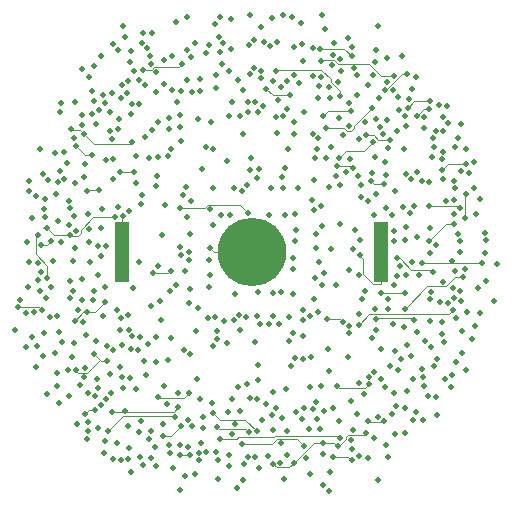
<source format=gbr>
%TF.GenerationSoftware,KiCad,Pcbnew,9.0.2*%
%TF.CreationDate,2025-11-21T20:47:09-08:00*%
%TF.ProjectId,LED Watch,4c454420-5761-4746-9368-2e6b69636164,rev?*%
%TF.SameCoordinates,Original*%
%TF.FileFunction,Copper,L4,Bot*%
%TF.FilePolarity,Positive*%
%FSLAX46Y46*%
G04 Gerber Fmt 4.6, Leading zero omitted, Abs format (unit mm)*
G04 Created by KiCad (PCBNEW 9.0.2) date 2025-11-21 20:47:09*
%MOMM*%
%LPD*%
G01*
G04 APERTURE LIST*
%TA.AperFunction,SMDPad,CuDef*%
%ADD10R,1.270000X5.080000*%
%TD*%
%TA.AperFunction,SMDPad,CuDef*%
%ADD11C,5.800862*%
%TD*%
%TA.AperFunction,ViaPad*%
%ADD12C,0.500000*%
%TD*%
%TA.AperFunction,Conductor*%
%ADD13C,0.100000*%
%TD*%
G04 APERTURE END LIST*
D10*
%TO.P,J3,1,Pin_1*%
%TO.N,Net-(J1-VCC)*%
X110985000Y-100000000D03*
X89015000Y-100000000D03*
D11*
%TO.P,J3,2,Pin_2*%
%TO.N,Net-(J1-GND)*%
X100000000Y-100000000D03*
%TD*%
D12*
%TO.N,Net-(U135-PD6)*%
X99039200Y-106574400D03*
X98472900Y-105706600D03*
X103188200Y-105449500D03*
%TO.N,Net-(U135-PD7)*%
X104322100Y-105697300D03*
X102351500Y-106109100D03*
%TO.N,Net-(U134-SDx)*%
X94217900Y-95183700D03*
X90729000Y-95112500D03*
%TO.N,Net-(U134-SCx)*%
X91939500Y-94379600D03*
X94411400Y-94509900D03*
%TO.N,Net-(U134-INT1)*%
X92673700Y-96016600D03*
X93923500Y-96271800D03*
X99711100Y-96647700D03*
X100463700Y-105395400D03*
%TO.N,Net-(U135-PF2)*%
X99214400Y-94784600D03*
X99529500Y-105460700D03*
X103489000Y-106870900D03*
%TO.N,Net-(U135-PF3)*%
X108273600Y-106874400D03*
X101448500Y-106113600D03*
X101500100Y-96878100D03*
%TO.N,Net-(U135-PF1)*%
X98128100Y-96841500D03*
X97878800Y-107684700D03*
X96739400Y-107903200D03*
%TO.N,Net-(U135-PF0)*%
X97378400Y-96866600D03*
X97100300Y-106646000D03*
X93139900Y-107303800D03*
%TO.N,/R5*%
X94745100Y-103085800D03*
X93610800Y-102796200D03*
X117510400Y-90339000D03*
X93929100Y-99562300D03*
X94306800Y-108263500D03*
X86485500Y-86379400D03*
X88155300Y-86526800D03*
X88655700Y-89585200D03*
X103794900Y-113497500D03*
X88301400Y-92141200D03*
X88727700Y-96183100D03*
X94062200Y-114733600D03*
X92487900Y-115585300D03*
X104322100Y-109074700D03*
X115332300Y-90339000D03*
X108165300Y-81883200D03*
X107504200Y-83625600D03*
X97239300Y-81757200D03*
X112648700Y-109036800D03*
X112937600Y-106295100D03*
X88254200Y-82392000D03*
X84532700Y-97678400D03*
X119813100Y-102464200D03*
X117862200Y-102099200D03*
X112949900Y-104826100D03*
X111747600Y-90526000D03*
X109696600Y-90106600D03*
X83732500Y-106756200D03*
X90384100Y-108260000D03*
X89897900Y-107105600D03*
X104595200Y-117427200D03*
X85938700Y-107003300D03*
X82504300Y-96995000D03*
%TO.N,/Second9*%
X85081100Y-87315000D03*
X86214000Y-85195300D03*
X102849600Y-96835500D03*
X103106900Y-91288800D03*
X96759100Y-91288800D03*
X96973000Y-86128500D03*
%TO.N,/Hour1*%
X105901900Y-111318700D03*
X105931400Y-102798400D03*
X113050600Y-101937500D03*
X105386200Y-102222500D03*
X111974800Y-106045700D03*
X112348700Y-102015400D03*
X105623200Y-86943200D03*
X103215900Y-86703400D03*
X101260200Y-86145600D03*
X99241700Y-86225900D03*
X111182200Y-94232000D03*
X106596600Y-86956200D03*
X105658000Y-90369200D03*
X109069800Y-90402300D03*
X110096600Y-94006800D03*
%TO.N,/Second5*%
X106061100Y-116110900D03*
X107278300Y-116392700D03*
X109715300Y-115292600D03*
X103581400Y-117832500D03*
X101822300Y-117888000D03*
X94715300Y-100003800D03*
X106149200Y-101800400D03*
X106388300Y-105668100D03*
X107712700Y-105937400D03*
%TO.N,/B1*%
X99242300Y-119300300D03*
X99660000Y-117333000D03*
X89032700Y-85883300D03*
X89895400Y-87411800D03*
X98873400Y-111368800D03*
X110277600Y-84979000D03*
X99057900Y-113484000D03*
X117224800Y-94554300D03*
X110516000Y-95092400D03*
X109571100Y-89010600D03*
X110837200Y-89409200D03*
X116489300Y-95675300D03*
X81401800Y-107141000D03*
X99705300Y-88127100D03*
X99699300Y-87313600D03*
X99835500Y-84938300D03*
X81173900Y-93943600D03*
X82763400Y-93877800D03*
X103919500Y-94589500D03*
X100445500Y-93750300D03*
X89732500Y-110620600D03*
X89590800Y-106561000D03*
X83823500Y-87378900D03*
X117817100Y-106629100D03*
X115106800Y-105852100D03*
X115133100Y-103999200D03*
X112990900Y-103471100D03*
X110919600Y-103471100D03*
X111398800Y-116327100D03*
X83531700Y-105357400D03*
X79980100Y-106549000D03*
X108463200Y-116693700D03*
%TO.N,/Second8*%
X80937300Y-105125800D03*
X105287500Y-103923700D03*
X80382400Y-104019900D03*
%TO.N,/Second1*%
X103425600Y-80122200D03*
X101752400Y-80209700D03*
X106975900Y-82253100D03*
X108520900Y-82632100D03*
X99843700Y-79909300D03*
X98538600Y-94591100D03*
X94888000Y-95678500D03*
X94532900Y-97021000D03*
X106000400Y-79952900D03*
%TO.N,/Minute1*%
X101533400Y-82531300D03*
X99799400Y-82491000D03*
X106823000Y-84130600D03*
X108648800Y-84432100D03*
X103487600Y-100506200D03*
X104004800Y-85681500D03*
X105731300Y-85933900D03*
X105912200Y-85145300D03*
X103563500Y-82629600D03*
%TO.N,/Minute7*%
X101787000Y-103421200D03*
X92228900Y-104161700D03*
X91877600Y-107196100D03*
X90587400Y-107207100D03*
X90231000Y-111578400D03*
X89148300Y-111492300D03*
X85011900Y-105805500D03*
X86100300Y-105102400D03*
X87622800Y-104228900D03*
%TO.N,/Second10*%
X89746300Y-82974900D03*
X96379000Y-102924100D03*
X96921000Y-80644500D03*
X93618200Y-80491300D03*
X91183700Y-82717700D03*
X89133500Y-80807800D03*
X88711300Y-82914400D03*
%TO.N,/R2*%
X102640900Y-79882800D03*
X102112500Y-82217800D03*
X102055200Y-84671700D03*
X117161400Y-95542300D03*
X98052700Y-118087000D03*
X91942900Y-84763000D03*
X119295700Y-95454000D03*
X105108100Y-95580800D03*
X97974700Y-113529500D03*
X86628200Y-103321900D03*
X85810800Y-93637600D03*
X98325300Y-115380200D03*
X110388900Y-115755300D03*
X84873600Y-103267700D03*
X109254200Y-95357300D03*
X109254200Y-94313800D03*
X107477200Y-94312600D03*
X107759200Y-90085900D03*
X93805600Y-113095700D03*
X93794500Y-111929200D03*
X93126100Y-103287000D03*
X83316100Y-91635300D03*
X116133100Y-106941500D03*
X118636700Y-107306900D03*
X107473700Y-86746700D03*
X115674400Y-113808500D03*
X87234900Y-83354800D03*
X91416000Y-83364000D03*
X113177000Y-84921200D03*
X111280100Y-86306300D03*
X108928800Y-113664600D03*
X88203600Y-113499900D03*
X89259100Y-113432000D03*
X82065500Y-103299100D03*
%TO.N,/G4*%
X94532600Y-85382700D03*
X87273800Y-100307400D03*
X94864500Y-83453900D03*
X86929600Y-110719800D03*
X81110200Y-100818900D03*
X83211000Y-100755900D03*
X105857300Y-83837100D03*
X85483200Y-111255700D03*
X94036900Y-100268700D03*
X94376700Y-118943200D03*
X89796800Y-118601300D03*
X89560000Y-117530700D03*
X87480200Y-117011500D03*
X87600500Y-115958100D03*
X86151100Y-115165600D03*
X115618900Y-112237600D03*
X114527900Y-110589600D03*
X114384500Y-100929700D03*
X119522700Y-100884300D03*
X116634000Y-89032400D03*
X114583500Y-89478700D03*
X93918700Y-120107000D03*
X106565400Y-120214300D03*
X116516200Y-87587400D03*
X112030800Y-85079800D03*
X116995400Y-100763000D03*
X117737500Y-89105800D03*
X120779100Y-100969100D03*
X116409400Y-110726000D03*
X116644800Y-104304000D03*
X120532300Y-104157800D03*
X106041700Y-119727200D03*
X105794500Y-114937100D03*
%TO.N,/Minute8*%
X84582700Y-102448400D03*
X102510100Y-103345200D03*
X85629400Y-102275200D03*
X81891900Y-98544500D03*
X82707500Y-102141100D03*
%TO.N,/Minute9*%
X83415500Y-95066600D03*
X84346400Y-92480400D03*
X99618600Y-94310300D03*
X85630500Y-89203400D03*
X86817600Y-89106600D03*
%TO.N,/R3*%
X113096000Y-97823700D03*
X103720200Y-98083900D03*
X113055100Y-93405300D03*
X97332200Y-115820800D03*
X87683100Y-112446100D03*
X86721300Y-112193400D03*
X91602800Y-81465300D03*
X104198700Y-80590800D03*
X88022400Y-110286300D03*
X95570100Y-116962200D03*
X119767000Y-98368000D03*
X117120800Y-97623400D03*
X82186200Y-101684500D03*
X86989000Y-101939100D03*
X113025800Y-88499000D03*
X113204800Y-87818000D03*
X115063900Y-87233600D03*
X110666900Y-80807800D03*
X82111200Y-91250000D03*
X84976500Y-90351500D03*
X90841300Y-81465300D03*
X89735000Y-83927700D03*
X85664400Y-84512900D03*
X115166300Y-108006000D03*
X114998600Y-99049100D03*
X107357800Y-114263600D03*
X107510500Y-97569200D03*
X107474300Y-115743000D03*
%TO.N,/B3*%
X95206600Y-118787900D03*
X90224400Y-91858800D03*
X92096800Y-91978400D03*
X92614800Y-85759900D03*
X96172600Y-116914900D03*
X85201000Y-114517300D03*
X86128300Y-114362100D03*
X86986400Y-111471200D03*
X87725100Y-107958300D03*
X89987500Y-103023400D03*
X81059600Y-102920200D03*
X82976500Y-102918400D03*
X94731100Y-100681600D03*
X90507000Y-100797600D03*
X106674700Y-118645500D03*
X95614800Y-112452400D03*
X95681100Y-116113700D03*
X93026300Y-89570200D03*
X84140100Y-91543700D03*
X87589900Y-102965900D03*
X85923900Y-92503600D03*
X103569200Y-84991800D03*
X103580700Y-88989000D03*
X115423200Y-109617800D03*
X113498200Y-108793000D03*
X111860200Y-96811800D03*
X112077400Y-99054300D03*
X117618600Y-99038400D03*
X111362500Y-93475800D03*
X112463200Y-87933000D03*
X112269800Y-89717100D03*
X108264700Y-89327700D03*
X108296400Y-92102200D03*
X111307900Y-92363900D03*
%TO.N,/Second6*%
X91520300Y-117447400D03*
X96380200Y-100652800D03*
X94766600Y-117194600D03*
X93935900Y-117152300D03*
X95541200Y-117582500D03*
X99373300Y-117897500D03*
X97190600Y-117622300D03*
X90581200Y-117337400D03*
%TO.N,/Hour2*%
X99590100Y-111160700D03*
X103507800Y-101398800D03*
X102880700Y-111562500D03*
X92594100Y-111288900D03*
X92314800Y-105742300D03*
X88946300Y-105556100D03*
X87428500Y-105369800D03*
X87222600Y-97907700D03*
X86217400Y-98012300D03*
X87674100Y-92157400D03*
X92079900Y-88986000D03*
X88201400Y-90394900D03*
%TO.N,/G3*%
X104273600Y-82329000D03*
X104319700Y-83850000D03*
X105926200Y-97800100D03*
X106532300Y-94489300D03*
X105311700Y-93893700D03*
X88252100Y-108282400D03*
X105330100Y-91981800D03*
X92555600Y-83747800D03*
X93284300Y-86226600D03*
X93209000Y-91234300D03*
X88091100Y-111906800D03*
X117487000Y-98436100D03*
X119807000Y-98992300D03*
X112141200Y-94780700D03*
X87675600Y-99502100D03*
X81875500Y-102378100D03*
X85135100Y-91022700D03*
X112988200Y-98994600D03*
X85067900Y-99617700D03*
X84890500Y-100755500D03*
X108484100Y-117622000D03*
X106917800Y-117296300D03*
X118146500Y-109960800D03*
X116956000Y-110378300D03*
X113090500Y-89302500D03*
X87031800Y-99447200D03*
X86479800Y-91805900D03*
X97024800Y-116896100D03*
X99228500Y-116202900D03*
X104444500Y-116401400D03*
X98576100Y-114573800D03*
X98320300Y-112406900D03*
X94735900Y-111909800D03*
X92095200Y-112284400D03*
%TO.N,/G6*%
X89758600Y-88256000D03*
X93939000Y-88348800D03*
X108249000Y-87403800D03*
X100930100Y-87611300D03*
X100774800Y-85288000D03*
X98812500Y-85389400D03*
X108618900Y-92829000D03*
X116161800Y-93053300D03*
X118131000Y-92571400D03*
X87560600Y-87352700D03*
X87446300Y-86694500D03*
X88021300Y-88132900D03*
X87318800Y-96337800D03*
X82386100Y-96335700D03*
X95640200Y-85316000D03*
X95640200Y-86347000D03*
X94014500Y-86336000D03*
X117149100Y-103895700D03*
X112221100Y-113057700D03*
X112949500Y-115288800D03*
X108400900Y-112554600D03*
X112122500Y-115382900D03*
X111507100Y-117336200D03*
X103528700Y-103522000D03*
X109337700Y-103999200D03*
X109522900Y-111978500D03*
X90828800Y-117974300D03*
X88928000Y-117611000D03*
X88866600Y-109738400D03*
X85872400Y-109786000D03*
X85002200Y-107660900D03*
X83314600Y-108525100D03*
X102441200Y-117811200D03*
X102743400Y-119211900D03*
X107144500Y-102798000D03*
X107226100Y-92738600D03*
X107104700Y-93542100D03*
X84929000Y-96893000D03*
X86127000Y-96731600D03*
%TO.N,/Minute10*%
X93271400Y-83373400D03*
X94539100Y-82909800D03*
X90841600Y-84543100D03*
X97491600Y-84098600D03*
X94139700Y-84077400D03*
X96118300Y-83108700D03*
X100633300Y-92943600D03*
X97893700Y-92249700D03*
X89416900Y-86554600D03*
X90451000Y-85405000D03*
%TO.N,/G2*%
X105277200Y-96399600D03*
X110490600Y-88747000D03*
X110666900Y-119270200D03*
X98741500Y-119956700D03*
X108546300Y-115055200D03*
X119039900Y-96804600D03*
X117123400Y-96740600D03*
X105902600Y-96069900D03*
X91482000Y-84047800D03*
X91914700Y-86464100D03*
X102983200Y-85494100D03*
X103038200Y-87895300D03*
X109824700Y-117428400D03*
X109884200Y-95655600D03*
X104422400Y-88153100D03*
X91605700Y-89642200D03*
X99244400Y-89967400D03*
X99022000Y-88446400D03*
X102068100Y-88516000D03*
X107372400Y-88634600D03*
X117821600Y-108548800D03*
X87844800Y-115154600D03*
X88284700Y-117516900D03*
X91280700Y-92039100D03*
X93509700Y-113981000D03*
X83805700Y-93132200D03*
X85050200Y-94168000D03*
X84656200Y-103880700D03*
%TO.N,/Second2*%
X116214800Y-91505800D03*
X116224000Y-89742600D03*
X114617200Y-88546800D03*
X116219900Y-88546800D03*
X111961800Y-86293700D03*
X113321100Y-87007300D03*
X110459100Y-83919900D03*
X112704000Y-83416200D03*
X96475900Y-96377500D03*
X96125000Y-91051900D03*
X111093500Y-90003900D03*
%TO.N,/Second3*%
X118058100Y-97076300D03*
X118043400Y-101394900D03*
X117661000Y-103271200D03*
X96708400Y-97663800D03*
X118112900Y-95090900D03*
X118418300Y-93311300D03*
%TO.N,/Minute6*%
X97047500Y-114762400D03*
X94580100Y-114231300D03*
X101847600Y-105396900D03*
X99748600Y-115210400D03*
X99823500Y-112355000D03*
X101772200Y-111859500D03*
%TO.N,/Second7*%
X81768000Y-109700200D03*
X104919400Y-105357200D03*
X104322100Y-107093900D03*
X103187900Y-107535400D03*
X103355900Y-109593700D03*
X81847200Y-107942600D03*
X83538600Y-111313100D03*
X89516300Y-114689800D03*
X89033200Y-110558000D03*
X86137800Y-111916600D03*
X86725800Y-113361000D03*
X85927400Y-113699000D03*
%TO.N,Net-(J1-~{RST})*%
X109171400Y-98993000D03*
X105482700Y-98492800D03*
X104321000Y-104865600D03*
X97668200Y-105825900D03*
%TO.N,/B5*%
X112066200Y-111886300D03*
X112138000Y-108331900D03*
X115272800Y-91948800D03*
X93004800Y-116321400D03*
X89782300Y-108231700D03*
X106534800Y-86052600D03*
X106850500Y-83326500D03*
X106038300Y-88495400D03*
X108383700Y-88045000D03*
X115614800Y-89770300D03*
X94793900Y-108652600D03*
X95420300Y-104698600D03*
X111713700Y-109626700D03*
X110476200Y-104827400D03*
X111587200Y-104827400D03*
X96551100Y-88945200D03*
X116228500Y-102487500D03*
X83538600Y-110252600D03*
X112081000Y-102734100D03*
X103683700Y-108953500D03*
X102993900Y-117129100D03*
X91900600Y-118122200D03*
X113933800Y-113497900D03*
X84825200Y-108835200D03*
X83033200Y-99039700D03*
X87051100Y-94699400D03*
X86045900Y-94844500D03*
X85171900Y-98200900D03*
X85597700Y-104012200D03*
X86611200Y-104012200D03*
X86813100Y-107530500D03*
X82138000Y-99406400D03*
%TO.N,/R6*%
X88937300Y-86961700D03*
X93701500Y-87245000D03*
X89572600Y-105346500D03*
X118119000Y-91226500D03*
X96291700Y-105546700D03*
X84614300Y-96257300D03*
X89650900Y-96517200D03*
X116102700Y-92120000D03*
X81703100Y-95268000D03*
X98246100Y-80256200D03*
X110432900Y-91962100D03*
X98246100Y-82828500D03*
X108946500Y-84995700D03*
X108789300Y-98150600D03*
X108987800Y-93510300D03*
X110216300Y-93327600D03*
X113024600Y-113179700D03*
X117078700Y-103002500D03*
X111513400Y-104000800D03*
X98298100Y-87245000D03*
X109625100Y-103247300D03*
X108550900Y-99741200D03*
X110538300Y-82840800D03*
X100525900Y-110803900D03*
X100325100Y-107591200D03*
X97042600Y-107321800D03*
X82447300Y-106871800D03*
X104963100Y-111403400D03*
X104259300Y-114157200D03*
X102573300Y-114071700D03*
X102477400Y-116181500D03*
X88893100Y-106590500D03*
X100525900Y-109523100D03*
X92915700Y-109113200D03*
X92511400Y-114558600D03*
X90504600Y-115231700D03*
X107192900Y-111290500D03*
X111328500Y-111421200D03*
X85747000Y-105938800D03*
X109928100Y-111190600D03*
%TO.N,/G1*%
X102851000Y-92827300D03*
X102696000Y-88444200D03*
X100514000Y-88086800D03*
X90501300Y-87412500D03*
X89558000Y-85475100D03*
X84536700Y-95655000D03*
X82535000Y-95468900D03*
X100201000Y-82019800D03*
X100233100Y-84399800D03*
X116107800Y-105946900D03*
X118861600Y-94537000D03*
X119298600Y-105150800D03*
X90653600Y-95897800D03*
X118917700Y-106246200D03*
X82929100Y-105460500D03*
X107973800Y-93193300D03*
X108279700Y-106253700D03*
X100276600Y-117298300D03*
X100437100Y-115127100D03*
X111246200Y-114315200D03*
X109863800Y-114250600D03*
X110491300Y-106553800D03*
X100656800Y-118297500D03*
X100314700Y-87239400D03*
X90675800Y-114325200D03*
X88606400Y-116145200D03*
X96689300Y-113570900D03*
X110299300Y-90651300D03*
X107393600Y-92019600D03*
%TO.N,/G5*%
X88040500Y-89716600D03*
X94721300Y-104261300D03*
X91469100Y-104538200D03*
X86452900Y-88336700D03*
X112541400Y-101175500D03*
X93070500Y-117036400D03*
X91833600Y-116526000D03*
X91928800Y-109308900D03*
X84462000Y-109965300D03*
X117210100Y-91064200D03*
X107608600Y-84641000D03*
X106701700Y-91113400D03*
X115455000Y-91083400D03*
X88839500Y-93212000D03*
X96355600Y-82474500D03*
X96962900Y-84955100D03*
X111384200Y-96281400D03*
X111567700Y-91146800D03*
X95772300Y-92912900D03*
X106329100Y-92017100D03*
X99930200Y-92048800D03*
X99848500Y-93010100D03*
X119165000Y-103015400D03*
X117216000Y-101627900D03*
X90067800Y-93207600D03*
X113144800Y-111710400D03*
X114894400Y-112197100D03*
X113772900Y-105774500D03*
X114171500Y-101933200D03*
X110982200Y-110730500D03*
X110491300Y-105683800D03*
X110982200Y-108157600D03*
X105034800Y-108850200D03*
X104414400Y-113161100D03*
X84581600Y-98544500D03*
X88410400Y-97055800D03*
X88229100Y-93774500D03*
X82685900Y-97936000D03*
%TO.N,/Second4*%
X94756600Y-98473400D03*
X109060800Y-101945400D03*
X109101200Y-105251200D03*
X117317300Y-105543400D03*
X116863800Y-111373500D03*
X115701800Y-109013800D03*
X117313500Y-109253800D03*
X114612100Y-111295200D03*
X114521300Y-114242000D03*
X113684700Y-114196000D03*
%TO.N,/B2*%
X90975800Y-85880900D03*
X103656300Y-96773400D03*
X90986300Y-90202700D03*
X103608900Y-89954000D03*
X101007900Y-82166500D03*
X102129900Y-89873300D03*
X92867900Y-112880500D03*
X96614200Y-112727600D03*
X117609600Y-96265900D03*
X115026800Y-96099300D03*
X113733800Y-96078600D03*
X114670200Y-107480600D03*
X87007500Y-114873700D03*
X87228300Y-112938100D03*
X116278800Y-107565900D03*
X106328400Y-89486200D03*
X110180800Y-87786000D03*
X112372000Y-86887300D03*
X108130200Y-108896100D03*
X108389800Y-115863500D03*
X98081000Y-117171200D03*
X84146000Y-93767700D03*
X90203200Y-94172600D03*
X109102400Y-117225700D03*
X97117800Y-119201600D03*
X83721000Y-112728500D03*
X82573800Y-103897600D03*
X81549800Y-105083100D03*
%TO.N,/Minute2*%
X113982200Y-93190900D03*
X113993400Y-98719700D03*
X105669400Y-100852000D03*
X111426900Y-88795200D03*
X110778900Y-86936500D03*
X108932000Y-86657100D03*
%TO.N,/B6*%
X106924600Y-113195500D03*
X88784000Y-88700500D03*
X105655500Y-105089200D03*
X101369600Y-117293300D03*
X101702400Y-113784500D03*
X117740600Y-104162600D03*
X111848000Y-113672200D03*
X83579200Y-97322900D03*
X98086300Y-84698000D03*
X97332300Y-83005600D03*
X107319500Y-85622600D03*
X92975000Y-88657200D03*
X81415700Y-97090100D03*
X98057500Y-88446400D03*
X80907100Y-108020400D03*
X82318600Y-108791600D03*
X84539900Y-112146600D03*
X82644000Y-111969000D03*
X83972000Y-107576800D03*
X117160900Y-93928000D03*
X114401800Y-93928000D03*
X115161900Y-103349800D03*
X115984100Y-104183400D03*
X105434200Y-112655300D03*
X110696300Y-113932900D03*
X95848800Y-113929500D03*
X95848800Y-114875500D03*
X91504000Y-115144400D03*
X87077200Y-87965000D03*
X83751900Y-88117000D03*
X86664900Y-87182900D03*
X89608000Y-116569200D03*
X86078900Y-115846300D03*
%TO.N,/R4*%
X94968900Y-114735300D03*
X94650500Y-116454400D03*
X96893500Y-105449900D03*
X95271300Y-106648100D03*
X95396300Y-110701300D03*
X106227700Y-81089200D03*
X105816000Y-82760900D03*
X94491600Y-80100200D03*
X97284400Y-80055100D03*
X97610800Y-82266800D03*
X115888500Y-87557200D03*
X115028500Y-87899700D03*
X114015100Y-88489200D03*
X113926700Y-85178800D03*
X108492500Y-83392100D03*
X115034600Y-94086900D03*
X117633200Y-99986300D03*
X115101300Y-100074000D03*
X114021200Y-106759600D03*
X110151000Y-107277100D03*
X109896900Y-110554500D03*
X114428400Y-109861500D03*
X85627700Y-88346600D03*
X86627100Y-84195700D03*
X90030900Y-84662100D03*
X90691400Y-82298400D03*
X95246000Y-82298400D03*
X106557200Y-110038300D03*
X106042500Y-117111400D03*
X105514100Y-114081300D03*
X91068500Y-110408400D03*
X90859900Y-109205600D03*
X87723000Y-109174900D03*
X85131500Y-109998100D03*
X86685000Y-108653300D03*
X96438200Y-101953100D03*
X83855800Y-99092000D03*
X86191600Y-99117100D03*
X81015100Y-99097900D03*
%TO.N,/Minute5*%
X101832000Y-115081200D03*
X100752400Y-106106200D03*
X102973300Y-115135000D03*
X102042100Y-113174800D03*
X101201600Y-112839700D03*
X104824400Y-114929200D03*
X105227000Y-113277800D03*
X106112100Y-113436100D03*
%TO.N,/Minute4*%
X105416700Y-99661800D03*
X106712200Y-99767200D03*
X106491800Y-108178000D03*
X113124500Y-107812500D03*
X112362300Y-109952900D03*
X110361000Y-110112200D03*
%TO.N,/R1*%
X116215400Y-93776800D03*
X102546900Y-93618000D03*
X100829200Y-84686200D03*
X101776700Y-85525800D03*
X102489700Y-85993300D03*
X102195200Y-87112500D03*
X109848400Y-85801900D03*
X111470100Y-83577500D03*
X111491700Y-85627500D03*
X89319900Y-81785400D03*
X100762500Y-80918000D03*
X113535700Y-93775700D03*
X113576900Y-86194000D03*
X118799200Y-92399900D03*
X117717800Y-93116200D03*
X118242500Y-105065400D03*
X117087900Y-104929100D03*
X82353600Y-93340600D03*
X83600300Y-94082600D03*
X109101200Y-106126200D03*
X109088500Y-111105200D03*
X91281800Y-115823900D03*
X100888900Y-114224400D03*
X82268900Y-104914800D03*
X100453700Y-112399000D03*
X91229100Y-107811300D03*
X89004600Y-107873100D03*
X88638500Y-104879300D03*
X85296800Y-104914800D03*
X81135100Y-94787000D03*
X80250400Y-104645000D03*
%TO.N,/B4*%
X105219700Y-85063000D03*
X94934300Y-86459700D03*
X95486300Y-88726100D03*
X86359300Y-100814600D03*
X93908500Y-89391700D03*
X85821700Y-110592700D03*
X81897600Y-100921200D03*
X93142400Y-101552000D03*
X91666600Y-101751000D03*
X112894800Y-91233700D03*
X105560700Y-91281200D03*
X94347300Y-101579400D03*
X105163400Y-82675500D03*
X112775800Y-96158100D03*
X113395000Y-96675100D03*
X105196300Y-89978600D03*
X93980300Y-90598600D03*
X84680300Y-89595400D03*
X85831400Y-89998800D03*
X113581000Y-100832100D03*
X115646300Y-99399500D03*
X119791200Y-100080800D03*
X93366300Y-118303400D03*
X89859500Y-90708800D03*
X93951100Y-116283300D03*
X104936500Y-118812300D03*
X113667100Y-110730500D03*
%TO.N,/Minute3*%
X115083600Y-97973800D03*
X103639400Y-99080500D03*
X112061100Y-98232900D03*
X112283600Y-100522100D03*
X115385200Y-101663800D03*
%TO.N,Net-(J1-VCC)*%
X92895600Y-91846400D03*
X89133500Y-96946600D03*
X92393500Y-98502500D03*
X109197700Y-100230700D03*
X108275900Y-101500000D03*
X102653700Y-94589000D03*
X98630300Y-103500200D03*
%TO.N,Net-(J1-GND)*%
X110325000Y-96845700D03*
X96517800Y-99662100D03*
X92009500Y-93537500D03*
X92040400Y-101162400D03*
X101609000Y-94587900D03*
X98908800Y-105291500D03*
X100536700Y-103398400D03*
X96721900Y-94591100D03*
%TD*%
D13*
%TO.N,Net-(U134-INT1)*%
X96013600Y-96271800D02*
X93923500Y-96271800D01*
X96309600Y-95975800D02*
X96013600Y-96271800D01*
X99039200Y-95975800D02*
X96309600Y-95975800D01*
X99711100Y-96647700D02*
X99039200Y-95975800D01*
%TO.N,/R5*%
X93210500Y-115585300D02*
X94062200Y-114733600D01*
X92487900Y-115585300D02*
X93210500Y-115585300D01*
X117222300Y-102099200D02*
X117862200Y-102099200D01*
X116427700Y-102893800D02*
X117222300Y-102099200D01*
X114882200Y-102893800D02*
X116427700Y-102893800D01*
X112949900Y-104826100D02*
X114882200Y-102893800D01*
X110322700Y-90106600D02*
X109696600Y-90106600D01*
X110742100Y-90526000D02*
X110322700Y-90106600D01*
X111747600Y-90526000D02*
X110742100Y-90526000D01*
%TO.N,/Hour1*%
X101818000Y-86703400D02*
X101260200Y-86145600D01*
X103215900Y-86703400D02*
X101818000Y-86703400D01*
X110321800Y-94232000D02*
X111182200Y-94232000D01*
X110096600Y-94006800D02*
X110321800Y-94232000D01*
%TO.N,/Second5*%
X106998100Y-116112500D02*
X107278300Y-116392700D01*
X106061100Y-116112500D02*
X106998100Y-116112500D01*
X106061100Y-116110900D02*
X106061100Y-116112500D01*
X105307700Y-116112500D02*
X106061100Y-116112500D01*
X103587700Y-117832500D02*
X105307700Y-116112500D01*
X103581400Y-117832500D02*
X103587700Y-117832500D01*
X103200900Y-118213000D02*
X103581400Y-117832500D01*
X102147300Y-118213000D02*
X103200900Y-118213000D01*
X101822300Y-117888000D02*
X102147300Y-118213000D01*
X107443400Y-105668100D02*
X107712700Y-105937400D01*
X106388300Y-105668100D02*
X107443400Y-105668100D01*
X109546200Y-115461700D02*
X109715300Y-115292600D01*
X108178500Y-115461700D02*
X109546200Y-115461700D01*
X107988000Y-115652200D02*
X108178500Y-115461700D01*
X107988000Y-115797400D02*
X107988000Y-115652200D01*
X107392700Y-116392700D02*
X107988000Y-115797400D01*
X107278300Y-116392700D02*
X107392700Y-116392700D01*
%TO.N,/B1*%
X112990900Y-103471100D02*
X110919600Y-103471100D01*
%TO.N,/Minute7*%
X85715000Y-105102400D02*
X86100300Y-105102400D01*
X85011900Y-105805500D02*
X85715000Y-105102400D01*
X86749300Y-105102400D02*
X86100300Y-105102400D01*
X87622800Y-104228900D02*
X86749300Y-105102400D01*
%TO.N,/R2*%
X107473700Y-86385300D02*
X107473700Y-86746700D01*
X106694300Y-85605900D02*
X107473700Y-86385300D01*
X106694300Y-85353100D02*
X106694300Y-85605900D01*
X105870400Y-84529200D02*
X106694300Y-85353100D01*
X102197700Y-84529200D02*
X105870400Y-84529200D01*
X102055200Y-84671700D02*
X102197700Y-84529200D01*
X93401400Y-113499900D02*
X88203600Y-113499900D01*
X93805600Y-113095700D02*
X93401400Y-113499900D01*
X112766000Y-84921200D02*
X113177000Y-84921200D01*
X111380900Y-86306300D02*
X112766000Y-84921200D01*
X111280100Y-86306300D02*
X111380900Y-86306300D01*
%TO.N,/G4*%
X116995400Y-100884300D02*
X119522700Y-100884300D01*
X116995400Y-100763000D02*
X116995400Y-100884300D01*
X116950000Y-100929700D02*
X114384500Y-100929700D01*
X116995400Y-100884300D02*
X116950000Y-100929700D01*
X105965600Y-83728800D02*
X105857300Y-83837100D01*
X107015200Y-83728800D02*
X105965600Y-83728800D01*
X107316800Y-84030400D02*
X107015200Y-83728800D01*
X109940700Y-84030400D02*
X107316800Y-84030400D01*
X110990100Y-85079800D02*
X109940700Y-84030400D01*
X112030800Y-85079800D02*
X110990100Y-85079800D01*
%TO.N,/Minute8*%
X82707500Y-101136800D02*
X82707500Y-102141100D01*
X81736200Y-100165500D02*
X82707500Y-101136800D01*
X81736200Y-98700200D02*
X81736200Y-100165500D01*
X81891900Y-98544500D02*
X81736200Y-98700200D01*
X81891900Y-98544500D02*
X81938100Y-98590700D01*
X81938100Y-98590700D02*
X81891900Y-98544500D01*
X81891900Y-98544500D02*
X81893100Y-98545700D01*
X81893100Y-98545700D02*
X81891900Y-98544500D01*
%TO.N,/R3*%
X113789200Y-87233600D02*
X113204800Y-87818000D01*
X115063900Y-87233600D02*
X113789200Y-87233600D01*
X116424300Y-97623400D02*
X117120800Y-97623400D01*
X114998600Y-99049100D02*
X116424300Y-97623400D01*
X107273300Y-115542000D02*
X107474300Y-115743000D01*
X101999200Y-115542000D02*
X107273300Y-115542000D01*
X101863000Y-115678200D02*
X101999200Y-115542000D01*
X98877400Y-115678200D02*
X101863000Y-115678200D01*
X98734800Y-115820800D02*
X98877400Y-115678200D01*
X97332200Y-115820800D02*
X98734800Y-115820800D01*
%TO.N,/Second6*%
X93978200Y-117194600D02*
X93935900Y-117152300D01*
X94766600Y-117194600D02*
X93978200Y-117194600D01*
%TO.N,/G3*%
X85918300Y-91805900D02*
X85135100Y-91022700D01*
X86479800Y-91805900D02*
X85918300Y-91805900D01*
X108158400Y-117296300D02*
X106917800Y-117296300D01*
X108484100Y-117622000D02*
X108158400Y-117296300D01*
X92193100Y-112382300D02*
X92095200Y-112284400D01*
X94263400Y-112382300D02*
X92193100Y-112382300D01*
X94735900Y-111909800D02*
X94263400Y-112382300D01*
X103821300Y-115778200D02*
X104444500Y-116401400D01*
X102148400Y-115778200D02*
X103821300Y-115778200D01*
X101723700Y-116202900D02*
X102148400Y-115778200D01*
X99228500Y-116202900D02*
X101723700Y-116202900D01*
%TO.N,/G6*%
X116643700Y-92571400D02*
X116161800Y-93053300D01*
X118131000Y-92571400D02*
X116643700Y-92571400D01*
X108528500Y-92738600D02*
X107226100Y-92738600D01*
X108618900Y-92829000D02*
X108528500Y-92738600D01*
%TO.N,/Minute10*%
X91582300Y-84543100D02*
X90841600Y-84543100D01*
X91770700Y-84354700D02*
X91582300Y-84543100D01*
X93862400Y-84354700D02*
X91770700Y-84354700D01*
X94139700Y-84077400D02*
X93862400Y-84354700D01*
%TO.N,/G2*%
X93417200Y-113888500D02*
X93509700Y-113981000D01*
X89110900Y-113888500D02*
X93417200Y-113888500D01*
X87844800Y-115154600D02*
X89110900Y-113888500D01*
%TO.N,/Second3*%
X118058100Y-95145700D02*
X118112900Y-95090900D01*
X118058100Y-97076300D02*
X118058100Y-95145700D01*
%TO.N,/Minute6*%
X99513700Y-114975500D02*
X99748600Y-115210400D01*
X97260600Y-114975500D02*
X99513700Y-114975500D01*
X97047500Y-114762400D02*
X97260600Y-114975500D01*
%TO.N,/Second7*%
X86265400Y-113361000D02*
X85927400Y-113699000D01*
X86725800Y-113361000D02*
X86265400Y-113361000D01*
%TO.N,/B5*%
X106488700Y-88045000D02*
X108383700Y-88045000D01*
X106038300Y-88495400D02*
X106488700Y-88045000D01*
X86191000Y-94699400D02*
X86045900Y-94844500D01*
X87051100Y-94699400D02*
X86191000Y-94699400D01*
X82666500Y-99406400D02*
X82136400Y-99406400D01*
X83033200Y-99039700D02*
X82666500Y-99406400D01*
X82136400Y-99406400D02*
X82138000Y-99406400D01*
X82138000Y-99406400D02*
X82138000Y-99404800D01*
X82138000Y-99404800D02*
X82138000Y-99406400D01*
%TO.N,/R6*%
X107438500Y-111536100D02*
X107192900Y-111290500D01*
X109582600Y-111536100D02*
X107438500Y-111536100D01*
X109928100Y-111190600D02*
X109582600Y-111536100D01*
%TO.N,/G1*%
X111226800Y-114334600D02*
X111246200Y-114315200D01*
X109947800Y-114334600D02*
X111226800Y-114334600D01*
X109863800Y-114250600D02*
X109947800Y-114334600D01*
X97290500Y-114172100D02*
X96689300Y-113570900D01*
X99482100Y-114172100D02*
X97290500Y-114172100D01*
X100437100Y-115127100D02*
X99482100Y-114172100D01*
X107979100Y-91434100D02*
X107393600Y-92019600D01*
X109516500Y-91434100D02*
X107979100Y-91434100D01*
X110299300Y-90651300D02*
X109516500Y-91434100D01*
%TO.N,/G5*%
X88843900Y-93207600D02*
X88839500Y-93212000D01*
X90067800Y-93207600D02*
X88843900Y-93207600D01*
X113583100Y-105584700D02*
X113772900Y-105774500D01*
X110590400Y-105584700D02*
X113583100Y-105584700D01*
X110491300Y-105683800D02*
X110590400Y-105584700D01*
X86602300Y-97055800D02*
X88410400Y-97055800D01*
X85573700Y-98084400D02*
X86602300Y-97055800D01*
X85573700Y-98367800D02*
X85573700Y-98084400D01*
X85321200Y-98620300D02*
X85573700Y-98367800D01*
X84657400Y-98620300D02*
X85321200Y-98620300D01*
X84581600Y-98544500D02*
X84657400Y-98620300D01*
X83294400Y-98544500D02*
X82685900Y-97936000D01*
X84581600Y-98544500D02*
X83294400Y-98544500D01*
X82685900Y-97936000D02*
X82302900Y-97936000D01*
X82302900Y-97936000D02*
X82685900Y-97936000D01*
%TO.N,/B2*%
X117443000Y-96099300D02*
X115026800Y-96099300D01*
X117609600Y-96265900D02*
X117443000Y-96099300D01*
X108666400Y-89300400D02*
X110180800Y-87786000D01*
X108666400Y-89494100D02*
X108666400Y-89300400D01*
X108431100Y-89729400D02*
X108666400Y-89494100D01*
X108098400Y-89729400D02*
X108431100Y-89729400D01*
X107855200Y-89486200D02*
X108098400Y-89729400D01*
X106328400Y-89486200D02*
X107855200Y-89486200D01*
%TO.N,/R4*%
X107861300Y-82760900D02*
X105816000Y-82760900D01*
X108492500Y-83392100D02*
X107861300Y-82760900D01*
X114604600Y-87899700D02*
X114015100Y-88489200D01*
X115028500Y-87899700D02*
X114604600Y-87899700D01*
X85324300Y-110190900D02*
X85131500Y-109998100D01*
X86089500Y-110190900D02*
X85324300Y-110190900D01*
X87156100Y-109124300D02*
X86089500Y-110190900D01*
X87206600Y-109174900D02*
X87156100Y-109124300D01*
X87723000Y-109174900D02*
X87206600Y-109174900D01*
X87156100Y-109124300D02*
X86685000Y-108653300D01*
%TO.N,/R1*%
X116748200Y-105268800D02*
X117087900Y-104929100D01*
X109958600Y-105268800D02*
X116748200Y-105268800D01*
X109101200Y-106126200D02*
X109958600Y-105268800D01*
X81999100Y-104645000D02*
X82268900Y-104914800D01*
X80250400Y-104645000D02*
X81999100Y-104645000D01*
%TO.N,/B4*%
X92943400Y-101751000D02*
X93142400Y-101552000D01*
X91666600Y-101751000D02*
X92943400Y-101751000D01*
X86629300Y-90796700D02*
X85831400Y-89998800D01*
X89771600Y-90796700D02*
X86629300Y-90796700D01*
X89859500Y-90708800D02*
X89771600Y-90796700D01*
X84750800Y-89665900D02*
X84680300Y-89595400D01*
X84750800Y-89666000D02*
X84750800Y-89665900D01*
X85498600Y-89666000D02*
X84750800Y-89666000D01*
X85831400Y-89998800D02*
X85498600Y-89666000D01*
%TO.N,/Minute3*%
X112527000Y-100522100D02*
X112283600Y-100522100D01*
X113536400Y-101531500D02*
X112527000Y-100522100D01*
X115252900Y-101531500D02*
X113536400Y-101531500D01*
X115385200Y-101663800D02*
X115252900Y-101531500D01*
%TO.N,Net-(J1-VCC)*%
X89015000Y-97065100D02*
X89015000Y-100000000D01*
X89133500Y-96946600D02*
X89015000Y-97065100D01*
X110985000Y-100000000D02*
X110985000Y-102691700D01*
X109197700Y-100334100D02*
X109197700Y-100230700D01*
X109462500Y-100598900D02*
X109197700Y-100334100D01*
X109462500Y-101883200D02*
X109462500Y-100598900D01*
X110271000Y-102691700D02*
X109462500Y-101883200D01*
X110985000Y-102691700D02*
X110271000Y-102691700D01*
%TO.N,Net-(J1-GND)*%
X96855700Y-100000000D02*
X96517800Y-99662100D01*
X100000000Y-100000000D02*
X96855700Y-100000000D01*
%TD*%
M02*

</source>
